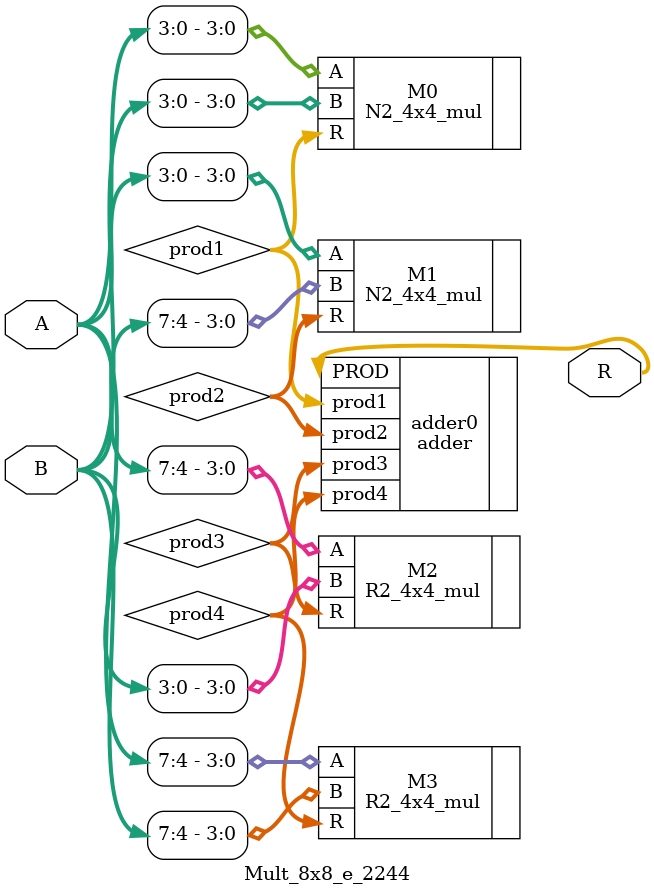
<source format=v>
module Mult_8x8_e_2244(
input [7:0] A,
input [7:0] B,
output [15:0]R
);
wire [7:0]prod1;
wire [7:0]prod2;
wire [7:0]prod3;
wire [7:0]prod4;

N2_4x4_mul M0(.A(A[3:0]),.B(B[3:0]),.R(prod1));
N2_4x4_mul M1(.A(A[3:0]),.B(B[7:4]),.R(prod2));
R2_4x4_mul M2(.A(A[7:4]),.B(B[3:0]),.R(prod3));
R2_4x4_mul M3(.A(A[7:4]),.B(B[7:4]),.R(prod4));
adder adder0(.prod1(prod1),.prod2(prod2),.prod3(prod3),.prod4(prod4),.PROD(R));
endmodule

</source>
